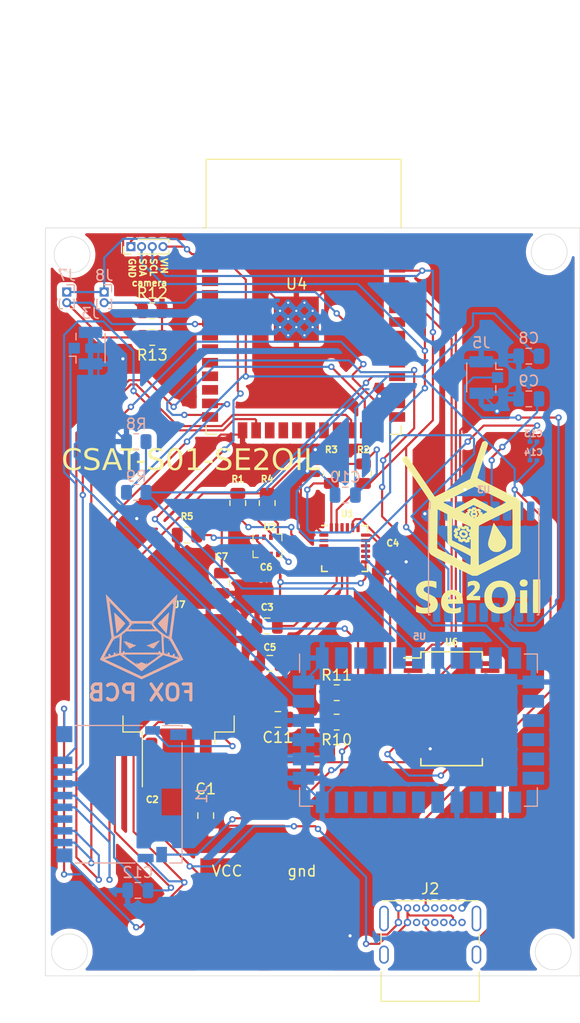
<source format=kicad_pcb>
(kicad_pcb (version 20221018) (generator pcbnew)
  (title_block (title "Seoil integrado") (date "2023-08-21"))
  (layers (0 "F.Cu" signal) (31 "B.Cu" signal) (34 "B.Paste" user) (35 "F.Paste" user) (36 "B.SilkS" user "B.Silkscreen") (37 "F.SilkS" user "F.Silkscreen") (38 "B.Mask" user) (39 "F.Mask" user) (44 "Edge.Cuts" user))
  (net 0 "")
  (net 1 "Net-(U6-VCC)")
  (net 2 "GND")
  (net 3 "Net-(U7-IN)")
  (net 4 "+3.3V")
  (net 5 "Net-(U1-CPOUT)")
  (net 6 "Net-(U1-REGOUT)")
  (net 7 "Net-(U3-V_BCKP)")
  (net 8 "Net-(U5-VCC)")
  (net 9 "Net-(C13-Pad1)")
  (net 10 "Net-(J1-CD{slash}DAT3)")
  (net 11 "Net-(J1-CMD)")
  (net 12 "Net-(J1-CLK)")
  (net 14 "Net-(J1-DAT0)")
  (net 15 "Net-(J1-DAT1)")
  (net 16 "Net-(J1-DAT2)")
  (net 18 "unconnected-(J1-WRITE_PROTECT-Pad11)")
  (net 20 "Net-(U6-USBD+)")
  (net 25 "Net-(U6-USBD-)")
  (net 28 "Net-(J3-In)")
  (net 29 "Net-(J5-In)")
  (net 30 "Net-(U1-AUX_DA)")
  (net 31 "Net-(U4-IO34)")
  (net 32 "Net-(J6-Pin_3)")
  (net 33 "Net-(U1-AUX_CL)")
  (net 34 "Net-(U2-SDO)")
  (net 35 "Net-(U4-IO17)")
  (net 63 "Net-(J6-Pin_2)")
  (net 64 "Net-(J7-Pin_2)")
  (net 77 "Net-(J8-Pin_2)")
  (net 81 "Net-(U4-RXD0{slash}IO3)")
  (net 82 "Net-(U4-TXD0{slash}IO1)")
  (net 100 "unconnected-(U5-PA0-Pad23)")
  (footprint "Resistor_SMD:R_0805_2012Metric" (layer "F.Cu") (at 155.75 86 -90)
    (fp_text reference "R2")
    (fp_text value "10K")
  )
  (footprint "Connector_USB:USB_C_Receptacle_GCT_USB4085" (layer "F.Cu") (at 159.025 126.65)
    (fp_text reference "J2")
    (fp_text value "USB_C_Receptacle")
  )
  (footprint "Capacitor_SMD:C_0805_2012Metric" (layer "F.Cu") (at 141 118 -90)
    (fp_text reference "C1")
    (fp_text value "100nF")
  )
  (footprint "Resistor_SMD:R_0805_2012Metric" (layer "F.Cu") (at 144 88.75 -90)
    (fp_text reference "R1")
    (fp_text value "10K")
  )
  (footprint "RF_Module:ESP32-WROOM-32" (layer "F.Cu") (at 150.155 72.435)
    (fp_text reference "U4")
    (fp_text value "ESP32-WROOM-32")
  )
  (footprint "Resistor_SMD:R_0805_2012Metric" (layer "F.Cu") (at 153.25 109.25 180)
    (fp_text reference "R10")
    (fp_text value "10K")
  )
  (footprint "Capacitor_SMD:C_0201_0603Metric" (layer "F.Cu") (at 146.655 95.5)
    (fp_text reference "C6")
    (fp_text value "1.0uF")
  )
  (footprint "soil:seoil2" (layer "F.Cu") (at 166.25 92)
    (fp_text reference "G***" hide)
    (fp_text value "LOGO" hide)
  )
  (footprint "Package_LGA:Bosch_LGA-8_2x2.5mm_P0.65mm_ClockwisePinNumbering" (layer "F.Cu") (at 146.775 92.75)
    (fp_text reference "U2")
    (fp_text value "BMP280")
  )
  (footprint "Resistor_SMD:R_0805_2012Metric" (layer "F.Cu") (at 153.25 106.5)
    (fp_text reference "R11")
    (fp_text value "10K")
  )
  (footprint "Capacitor_SMD:C_0805_2012Metric" (layer "F.Cu") (at 147.75 109 180)
    (fp_text reference "C11")
    (fp_text value "100nF")
  )
  (footprint "Package_TO_SOT_SMD:TO-263-2" (layer "F.Cu") (at 138.46 105.35 90)
    (fp_text reference "U7")
    (fp_text value "L7805")
  )
  (footprint "Capacitor_SMD:C_0201_0603Metric" (layer "F.Cu") (at 158.5 93.75 -90)
    (fp_text reference "C4")
    (fp_text value "2.2nF")
  )
  (footprint "Connector_PinHeader_1.00mm:PinHeader_1x04_P1.00mm_Vertical" (layer "F.Cu") (at 134 64.75 90)
    (fp_text reference "REF**" hide)
    (fp_text value "PinHeader_1x04_P1.00mm_Vertical")
  )
  (footprint "Capacitor_SMD:C_0805_2012Metric" (layer "F.Cu") (at 142.5 96.25 -90)
    (fp_text reference "C7")
    (fp_text value "100nF")
  )
  (footprint "Resistor_SMD:R_0805_2012Metric" (layer "F.Cu") (at 152.75 86 -90)
    (fp_text reference "R3")
    (fp_text value "10K")
  )
  (footprint "Sensor_Motion:InvenSense_QFN-24_4x4mm_P0.5mm" (layer "F.Cu") (at 154 93)
    (fp_text reference "U1")
    (fp_text value "MPU-6050")
  )
  (footprint "Capacitor_SMD:C_0805_2012Metric" (layer "F.Cu") (at 147 103.75 180)
    (fp_text reference "C5")
    (fp_text value "100nF")
  )
  (footprint "Connector_Wire:SolderWirePad_1x01_SMD_5x10mm" (layer "F.Cu") (at 150 127)
    (fp_text reference "gnd")
    (fp_text value "SolderWirePad_1x01_SMD_5x10mm" hide)
  )
  (footprint "Package_SO:SSOP-28_5.3x10.2mm_P0.65mm" (layer "F.Cu") (at 164 108)
    (fp_text reference "U6")
    (fp_text value "FT232RL")
  )
  (footprint "Resistor_SMD:R_0805_2012Metric" (layer "F.Cu") (at 136 70.75)
    (fp_text reference "R12")
    (fp_text value "10K")
  )
  (footprint "Capacitor_SMD:C_0805_2012Metric" (layer "F.Cu") (at 146.75 100.25 180)
    (fp_text reference "C3")
    (fp_text value "100nF")
  )
  (footprint "Capacitor_SMD:C_0201_0603Metric" (layer "F.Cu") (at 136 118 -90)
    (fp_text reference "C2")
    (fp_text value "0.33uF")
  )
  (footprint "Resistor_SMD:R_0805_2012Metric" (layer "F.Cu") (at 136 73.25 180)
    (fp_text reference "R13")
    (fp_text value "10K")
  )
  (footprint "Resistor_SMD:R_0805_2012Metric" (layer "F.Cu") (at 146.75 88.75 -90)
    (fp_text reference "R4")
    (fp_text value "10K")
  )
  (footprint "Resistor_SMD:R_0805_2012Metric" (layer "F.Cu") (at 139.25 91.75 180)
    (fp_text reference "R5")
    (fp_text value "10K")
  )
  (footprint "Connector_Wire:SolderWirePad_1x01_SMD_5x10mm" (layer "F.Cu") (at 143 127)
    (fp_text reference "VCC")
    (fp_text value "SolderWirePad_1x01_SMD_5x10mm" hide)
  )
  (footprint "Connector_PinHeader_1.00mm:PinHeader_1x02_P1.00mm_Vertical" (layer "B.Cu") (at 128 69 180)
    (fp_text reference "J7")
    (fp_text value "Conn_01x02_Pin")
  )
  (footprint "Capacitor_SMD:C_0805_2012Metric" (layer "B.Cu") (at 171.225 79 180)
    (fp_text reference "C9")
    (fp_text value "100nF")
  )
  (footprint "Resistor_SMD:R_0805_2012Metric" (layer "B.Cu") (at 134.5 83 180)
    (fp_text reference "R8")
    (fp_text value "10K")
  )
  (footprint "soil:raposoBx10" (layer "B.Cu") (at 135 101.25 180)
    (fp_text reference "FOX PCB")
    (fp_text value "LOGO" hide)
  )
  (footprint "Capacitor_SMD:C_0805_2012Metric" (layer "B.Cu") (at 134.655 125 180)
    (fp_text reference "C12")
    (fp_text value "100nF")
  )
  (footprint "RF_Module:RAK811" (layer "B.Cu") (at 160.9 110 -90)
    (fp_text reference "U5")
    (fp_text value "RAK811-HF-EU868")
  )
  (footprint "Capacitor_SMD:C_0805_2012Metric" (layer "B.Cu") (at 154.05 88 180)
    (fp_text reference "C10")
    (fp_text value "100nF")
  )
  (footprint "Connector_PinHeader_1.00mm:PinHeader_1x02_P1.00mm_Vertical" (layer "B.Cu") (at 131.5 69 180)
    (fp_text reference "J8")
    (fp_text value "Conn_01x02_Pin")
  )
  (footprint "Connector_Coaxial:U.FL_Hirose_U.FL-R-SMT-1_Vertical" (layer "B.Cu") (at 167.25 77 180)
    (fp_text reference "J5")
    (fp_text value "Conn_Coaxial")
  )
  (footprint "RF_GPS:ublox_MAX" (layer "B.Cu") (at 167 94.25 -90)
    (fp_text reference "U3")
    (fp_text value "MAX-M8Q")
  )
  (footprint "Capacitor_SMD:C_0805_2012Metric" (layer "B.Cu") (at 171.225 75 180)
    (fp_text reference "C8")
    (fp_text value "100nF")
  )
  (footprint "Connector_Card:microSD_HC_Hirose_DM3D-SF" (layer "B.Cu") (at 133 116 90)
    (fp_text reference "J1")
    (fp_text value "SD_Card")
  )
  (footprint "Connector_Coaxial:U.FL_Hirose_U.FL-R-SMT-1_Vertical" (layer "B.Cu") (at 129.75 74.25)
    (fp_text reference "J3")
    (fp_text value "Conn_Coaxial")
  )
  (footprint "Capacitor_SMD:C_0201_0603Metric" (layer "B.Cu") (at 171.655 84.75 180)
    (fp_text reference "C14")
    (fp_text value "2.2nF")
  )
  (footprint "Resistor_SMD:R_0805_2012Metric" (layer "B.Cu") (at 134.5 87.75)
    (fp_text reference "R9")
    (fp_text value "10K")
  )
  (footprint "Capacitor_SMD:C_0201_0603Metric" (layer "B.Cu") (at 171.655 83 180)
    (fp_text reference "C13")
    (fp_text value "2.2nF")
  )
  (gr_rect (start 126 63) (end 176 133) (stroke (width 0.05)) (fill none) (layer "Edge.Cuts"))
  (gr_circle (center 173.12868 65.25) (end 174.25 66.5) (stroke (width 0.05)) (fill none) (layer "Edge.Cuts"))
  (gr_circle (center 128.5 65.5) (end 129.62132 66.75) (stroke (width 0.05)) (fill none) (layer "Edge.Cuts"))
  (gr_circle (center 128.25 130.75) (end 129.37132 132) (stroke (width 0.05)) (fill none) (layer "Edge.Cuts"))
  (gr_circle (center 173.5 130.75) (end 174.62132 132) (stroke (width 0.05)) (fill none) (layer "Edge.Cuts"))
  (gr_text "VIN" (at 136.75 65.75 270) (layer "F.SilkS") (effects (font (size 0.6 0.6)) (justify left bottom)))
  (gr_text "GND\n" (at 133.75 65.75 270) (layer "F.SilkS") (effects (font (size 0.6 0.6) (thickness 0.15) bold) (justify left bottom)))
  (gr_text "SDA\n" (at 134.75 65.75 270) (layer "F.SilkS") (effects (font (size 0.6 0.6) (thickness 0.15) bold) (justify left bottom)))
  (gr_text "CSAT-S01-SE2OIL" (at 127.5 86) (layer "F.SilkS") (effects (font (size 2 2) (thickness 0.1)) (justify left bottom)))
  (gr_text "SCL" (at 135.75 65.75 270) (layer "F.SilkS") (effects (font (size 0.6 0.6)) (justify left bottom)))
  (gr_text "camera" (at 134 68.5) (layer "F.SilkS") (effects (font (size 0.6 0.6)) (justify left bottom)))
  (segment (start 155.965686 78.1) (end 156.234314 78.1) (width 0.2) (layer "B.Cu") (net 0))
  (segment (start 146.75 87.315686) (end 155.965686 78.1) (width 0.2) (layer "B.Cu") (net 0))
  (segment (start 146.75 87.5) (end 146.75 87.315686) (width 0.2) (layer "B.Cu") (net 0))
  (segment (start 155.965686 78.1) (end 153.157842 80.907844) (width 0.2) (layer "B.Cu") (net 0))
  (segment (start 166.525 108.975) (end 167.6 108.975) (width 0.2) (layer "F.Cu") (net 1))
  (segment (start 162.5 113) (end 166.525 108.975) (width 0.2) (layer "F.Cu") (net 1))
  (segment (start 153 113) (end 162.5 113) (width 0.2) (layer "F.Cu") (net 1))
  (segment (start 141 113) (end 153 113) (width 0.2) (layer "F.Cu") (net 1))
  (segment (start 154.1625 110.3375) (end 154.1625 109.25) (width 0.2) (layer "F.Cu") (net 1))
  (segment (start 153 113) (end 153 111.5) (width 0.2) (layer "F.Cu") (net 1))
  (segment (start 153 111.5) (end 154.1625 110.3375) (width 0.2) (layer "F.Cu") (net 1))
  (segment (start 141 117.05) (end 141 113) (width 0.2) (layer "F.Cu") (net 1))
  (segment (start 148.476408 105.476408) (end 148.101408 105.101408) (width 0.2) (layer "F.Cu") (net 2))
  (segment (start 146.45 92.95) (end 146.45 93.55) (width 0.2) (layer "F.Cu") (net 2))
  (segment (start 158.905 78.155) (end 157.845 78.155) (width 0.2) (layer "F.Cu") (net 2))
  (segment (start 168.25 80.1505) (end 166.5995 80.1505) (width 0.2) (layer "F.Cu") (net 2))
  (segment (start 143.76 103.75) (end 146.05 103.75) (width 0.2) (layer "F.Cu") (net 2))
  (segment (start 164.8 87.05) (end 165.25 87.5) (width 0.2) (layer "F.Cu") (net 2))
  (segment (start 148.75 101.75) (end 141.56 101.75) (width 0.2) (layer "F.Cu") (net 2))
  (segment (start 168.725 110.275) (end 168.775 110.225) (width 0.2) (layer "F.Cu") (net 2))
  (segment (start 146.927817 106.275) (end 141.235 106.275) (width 0.2) (layer "F.Cu") (net 2))
  (segment (start 146.975 95.655685) (end 145.430685 97.2) (width 0.2) (layer "F.Cu") (net 2))
  (segment (start 141.235 98.465) (end 142.5 97.2) (width 0.2) (layer "F.Cu") (net 2))
  (segment (start 136.9125 73.25) (end 136.9125 70.75) (width 0.2) (layer "F.Cu") (net 2))
  (segment (start 166.25 107.675) (end 166.425 107.5) (width 0.2) (layer "F.Cu") (net 2))
  (segment (start 156.409999 91.75) (end 157.5 92.840001) (width 0.2) (layer "F.Cu") (net 2))
  (segment (start 146.975 94.45) (end 146.45 93.925) (width 0.2) (layer "F.Cu") (net 2))
  (segment (start 162 108.2) (end 162 111.75) (width 0.2) (layer "F.Cu") (net 2))
  (segment (start 145.3 83.75) (end 144.445 82.895) (width 0.2) (layer "F.Cu") (net 2))
  (segment (start 142.405 82.345) (end 134.548591 90.201409) (width 0.2) (layer "F.Cu") (net 2))
  (segment (start 145.8 91.95) (end 145.8 92.3) (width 0.2) (layer "F.Cu") (net 2))
  (segment (start 145.8 92.3) (end 146.45 92.95) (width 0.2) (layer "F.Cu") (net 2))
  (segment (start 166.425 108.225) (end 166.425 107.5) (width 0.2) (layer "F.Cu") (net 2))
  (segment (start 159.025 126.65) (end 159.025 128.09066) (width 0.2) (layer "F.Cu") (net 2))
  (segment (start 166.425 105.825) (end 166.525 105.725) (width 0.2) (layer "F.Cu") (net 2))
  (segment (start 133.275 67.1125) (end 133.275 64.025) (width 0.2) (layer "F.Cu") (net 2))
  (segment (start 154.62 129.13) (end 154.5 129.25) (width 0.2) (layer "F.Cu") (net 2))
  (segment (start 153.75 96.75) (end 148.75 101.75) (width 0.2) (layer "F.Cu") (net 2))
  (segment (start 133.275 64.025) (end 133.55 63.75) (width 0.2) (layer "F.Cu") (net 2))
  (segment (start 168.775 110.225) (end 168.775 108.425) (width 0.2) (layer "F.Cu") (net 2))
  (segment (start 138.46 91.79) (end 138.46 103.85) (width 0.2) (layer "F.Cu") (net 2))
  (segment (start 166.425 107.5) (end 166.425 105.825) (width 0.2) (layer "F.Cu") (net 2))
  (segment (start 146.05 100.25) (end 142.41 100.25) (width 0.2) (layer "F.Cu") (net 2))
  (segment (start 149.9 89.6) (end 149.9 86.35) (width 0.2) (layer "F.Cu") (net 2))
  (segment (start 142.135 64.185) (end 141.405 64.185) (width 0.2) (layer "F.Cu") (net 2))
  (segment (start 153.138908 105.476408) (end 148.476408 105.476408) (width 0.2) (layer "F.Cu") (net 2))
  (segment (start 157.5 92.840001) (end 157.5 93.225685) (width 0.2) (layer "F.Cu") (net 2))
  (segment (start 153.75 94.95) (end 153.75 96.75) (width 0.2) (layer "F.Cu") (net 2))
  (segment (start 166.5995 80.1505) (end 164.8 81.95) (width 0.2) (layer "F.Cu") (net 2))
  (segment (start 154.5 129.25) (end 154.38 129.13) (width 0.2) (layer "F.Cu") (net 2))
  (segment (start 136.63 118.95) (end 141 118.95) (width 0.2) (layer "F.Cu") (net 2))
  (segment (start 149.9 86.35) (end 150.5 85.75) (width 0.2) (layer "F.Cu") (net 2))
  (segment (start 134.9125 75.25) (end 136.9125 73.25) (width 0.2) (layer "F.Cu") (net 2))
  (segment (start 146.975 95.5) (end 146.975 95.655685) (width 0.2) (layer "F.Cu") (net 2))
  (segment (start 157.5 93.225685) (end 158.344315 94.07) (width 0.2) (layer "F.Cu") (net 2))
  (segment (start 144.445 82.895) (end 144.445 81.945) (width 0.2) (layer "F.Cu") (net 2))
  (segment (start 151.8725 129.13) (end 150.7425 128) (width 0.2) (layer "F.Cu") (net 2))
  (segment (start 136 118.32) (end 136.63 118.95) (width 0.2) (layer "F.Cu") (net 2))
  (segment (start 152 83.75) (end 145.3 83.75) (width 0.2) (layer "F.Cu") (net 2))
  (segment (start 143.96 109) (end 141.235 106.275) (width 0.2) (layer "F.Cu") (net 2))
  (segment (start 141.235 106.275) (end 143.76 103.75) (width 0.2) (layer "F.Cu") (net 2))
  (segment (start 151 70) (end 156.815 64.185) (width 0.2) (layer "F.Cu") (net 2))
  (segment (start 148.101408 105.101408) (end 146.927817 106.275) (width 0.2) (layer "F.Cu") (net 2))
  (segment (start 157.845 78.155) (end 157.25 78.75) (width 0.2) (layer "F.Cu") (net 2))
  (segment (start 160.4 107.675) (end 161.475 107.675) (width 0.2) (layer "F.Cu") (net 2))
  (segment (start 145.430685 97.2) (end 142.5 97.2) (width 0.2) (layer "F.Cu") (net 2))
  (segment (start 144.0925 118.95) (end 150.7425 125.6) (width 0.2) (layer "F.Cu") (net 2))
  (segment (start 154.38 129.13) (end 151.8725 129.13) (width 0.2) (layer "F.Cu") (net 2))
  (segment (start 156 83.75) (end 152 83.75) (width 0.2) (layer "F.Cu") (net 2))
  (segment (start 146.8 109) (end 143.96 109) (width 0.2) (layer "F.Cu") (net 2))
  (segment (start 164.8 81.95) (end 164.8 87.05) (width 0.2) (layer "F.Cu") (net 2))
  (segment (start 161.5 92.5) (end 159.75 94.25) (width 0.2) (layer "F.Cu") (net 2))
  (segment (start 141.235 101.425) (end 141.235 100.685) (width 0.2) (layer "F.Cu") (net 2))
  (segment (start 168.675 108.325) (end 167.6 108.325) (width 0.2) (layer "F.Cu") (net 2))
  (segment (start 147.95 70) (end 142.135 64.185) (width 0.2) (layer "F.Cu") (net 2))
  (segment (start 133.25 75.25) (end 134.9125 75.25) (width 0.2) (layer "F.Cu") (net 2))
  (segment (start 136.9125 70.75) (end 133.275 67.1125) (width 0.2) (layer "F.Cu") (net 2))
  (segment (start 141 118.95) (end 144.0925 118.95) (width 0.2) (layer "F.Cu") (net 2))
  (segment (start 158.5 94.702817) (end 148.101408 105.101408) (width 0.2) (layer "F.Cu") (net 2))
  (segment (start 158.344315 94.07) (end 158.5 94.07) (width 0.2) (layer "F.Cu") (net 2))
  (segment (start 168.775 108.425) (end 168.675 108.325) (width 0.2) (layer "F.Cu") (net 2))
  (segment (start 141.235 101.425) (end 141.235 98.465) (width 0.2) (layer "F.Cu") (net 2))
  (segment (start 167.6 110.275) (end 168.725 110.275) (width 0.2) (layer "F.Cu") (net 2))
  (segment (start 156.815 64.185) (end 158.905 64.185) (width 0.2) (layer "F.Cu") (net 2))
  (segment (start 159.025 128.09066) (end 157.98566 129.13) (width 0.2) (layer "F.Cu") (net 2))
  (segment (start 160.4 107.675) (end 166.25 107.675) (width 0.2) (layer "F.Cu") (net 2))
  (segment (start 158.5 94.07) (end 158.5 94.702817) (width 0.2) (layer "F.Cu") (net 2))
  (segment (start 150.7425 125.6) (end 150.7425 128) (width 0.2) (layer "F.Cu") (net 2))
  (segment (start 144.045 82.345) (end 142.405 82.345) (width 0.2) (layer "F.Cu") (net 2))
  (segment (start 154.1625 106.5) (end 153.138908 105.476408) (width 0.2) (layer "F.Cu") (net 2))
  (segment (start 161.5 89.75) (end 161.5 92.5) (width 0.2) (layer "F.Cu") (net 2))
  (segment (start 152.05 91.75) (end 149.9 89.6) (width 0.2) (layer "F.Cu") (net 2))
  (segment (start 146.45 93.925) (end 146.45 93.55) (width 0.2) (layer "F.Cu") (net 2))
  (segment (start 134 64.25) (end 134.5 63.75) (width 0.2) (layer "F.Cu") (net 2))
  (segment (start 141.56 101.75) (end 141.235 101.425) (width 0.2) (layer "F.Cu") (net 2))
  (segment (start 133.55 63.75) (end 134.5 63.75) (width 0.2) (layer "F.Cu") (net 2))
  (segment (start 166.525 108.325) (end 166.425 108.225) (width 0.2) (layer "F.Cu") (net 2))
  (segment (start 144.445 81.945) (end 144.045 82.345) (width 0.2) (layer "F.Cu") (net 2))
  (segment (start 151.25 83.75) (end 152 83.75) (width 0.2) (layer "F.Cu") (net 2))
  (segment (start 167.6 108.325) (end 166.525 108.325) (width 0.2) (layer "F.Cu") (net 2))
  (segment (start 142.41 100.25) (end 141.235 101.425) (width 0.2) (layer "F.Cu") (net 2))
  (segment (start 146.975 95.5) (end 146.975 94.45) (width 0.2) (layer "F.Cu") (net 2))
  (segment (start 140.97 63.75) (end 141.405 64.185) (width 0.2) (layer "F.Cu") (net 2))
  (segment (start 134 64.75) (end 134 64.25) (width 0.2) (layer "F.Cu") (net 2))
  (segment (start 134.5 63.75) (end 140.97 63.75) (width 0.2) (layer "F.Cu") (net 2))
  (segment (start 157.98566 129.13) (end 154.62 129.13) (width 0.2) (layer "F.Cu") (net 2))
  (segment (start 155.95 91.75) (end 156.409999 91.75) (width 0.2) (layer "F.Cu") (net 2))
  (segment (start 161.475 107.675) (end 162 108.2) (width 0.2) (layer "F.Cu") (net 2))
  (segment (start 166.525 105.725) (end 167.6 105.725) (width 0.2) (layer "F.Cu") (net 2))
  (via (at 158.025319 95.177497) (size 0.6) (drill 0.3) (layers "F.Cu" "B.Cu") (net 2))
  (via (at 154.5 129.25) (size 0.6) (drill 0.3) (layers "F.Cu" "B.Cu") (net 2))
  (via (at 150.5 85.75) (size 0.6) (drill 0.3) (layers "F.Cu" "B.Cu") (net 2))
  (via (at 134.548591 90.201409) (size 0.6) (drill 0.3) (layers "F.Cu" "B.Cu") (net 2))
  (via (at 162 111.75) (size 0.6) (drill 0.3) (layers "F.Cu" "B.Cu") (net 2))
  (via (at 165.25 87.5) (size 0.6) (drill 0.3) (layers "F.Cu" "B.Cu") (net 2))
  (via (at 151.25 83.75) (size 0.6) (drill 0.3) (layers "F.Cu" "B.Cu") (net 2))
  (via (at 161.5 89.75) (size 0.6) (drill 0.3) (layers "F.Cu" "B.Cu") (net 2))
  (via (at 156 83.75) (size 0.6) (drill 0.3) (layers "F.Cu" "B.Cu") (net 2))
  (via (at 157.25 78.75) (size 0.6) (drill 0.3) (layers "F.Cu" "B.Cu") (net 2))
  (via (at 133.25 75.25) (size 0.6) (drill 0.3) (layers "F.Cu" "B.Cu") (net 2))
  (via (at 159.75 94.25) (size 0.6) (drill 0.3) (layers "F.Cu" "B.Cu") (net 2))
  (via (at 168.25 80.1505) (size 0.6) (drill 0.3) (layers "F.Cu" "B.Cu") (net 2))
  (segment (start 169.925 78.475) (end 170.45 79) (width 0.2) (layer "B.Cu") (net 2))
  (segment (start 132.483578 112.325) (end 149.775 112.325) (width 0.2) (layer "B.Cu") (net 2))
  (segment (start 171.65 105.5) (end 171.65 102.222792) (width 0.2) (layer "B.Cu") (net 2))
  (segment (start 150.2375 71.525) (end 151 70.7625) (width 0.2) (layer "B.Cu") (net 2))
  (segment (start 147.95 72.2875) (end 148.7125 71.525) (width 0.2) (layer "B.Cu") (net 2))
  (segment (start 129 83) (end 128.75 83.25) (width 0.2) (layer "B.Cu") (net 2))
  (segment (start 162.7 103.65) (end 164.55 105.5) (width 0.2) (layer "B.Cu") (net 2))
  (segment (start 164.55 105.5) (end 171.65 105.5) (width 0.2) (layer "B.Cu") (net 2))
  (segment (start 127.65 115.025) (end 129.783578 115.025) (width 0.2) (layer "B.Cu") (net 2))
  (segment (start 157.25 78.75) (end 157.25 82.5) (width 0.2) (layer "B.Cu") (net 2))
  (segment (start 168.25 79.95) (end 168.25 80.1505) (width 0.2) (layer "B.Cu") (net 2))
  (segment (start 150.15 112.7) (end 150.15 115) (width 0.2) (layer "B.Cu") (net 2))
  (segment (start 128.75 83.25) (end 128.75 84.402817) (width 0.2) (layer "B.Cu") (net 2))
  (segment (start 169.2 99) (end 169.2 98.492893) (width 0.2) (layer "B.Cu") (net 2))
  (segment (start 157.35 110.9) (end 159.15 109.1) (width 0.2) (layer "B.Cu") (net 2))
  (segment (start 162.4 112.35) (end 159.15 109.1) (width 0.2) (layer "B.Cu") (net 2))
  (segment (start 164.5 116.75) (end 164.5 114.45) (width 0.2) (layer "B.Cu") (net 2))
  (segment (start 157.25 82.5) (end 156 83.75) (width 0.2) (layer "B.Cu") (net 2))
  (segment (start 147.95 70.7625) (end 148.7125 71.525) (width 0.2) (layer "B.Cu") (net 2))
  (segment (start 151.9 103.65) (end 151.9 103.25) (width 0.2) (layer "B.Cu") (net 2))
  (segment (start 162.25 105.5) (end 153.75 105.5) (width 0.2) (layer "B.Cu") (net 2))
  (segment (start 164.5 114.45) (end 162.4 112.35) (width 0.2) (layer "B.Cu") (net 2))
  (segment (start 159 109.25) (end 159 109.1) (width 0.2) (layer "B.Cu") (net 2))
  (segment (start 161.75 89.5) (end 161.5 89.75) (width 0.2) (layer "B.Cu") (net 2))
  (segment (start 159.15 109.1) (end 162.25 106) (width 0.2) (layer "B.Cu") (net 2))
  (segment (start 169.2 98.492893) (end 169.892893 97.8) (width 0.2) (layer "B.Cu") (net 2))
  (segment (start 150.15 109.1) (end 159 109.1) (width 0.2) (layer "B.Cu") (net 2))
  (segment (start 151.9 103.75) (end 150.15 105.5) (width 0.2) (layer "B.Cu") (net 2))
  (segment (start 138.5 131) (end 147.7425 131) (width 0.2) (layer "B.Cu") (net 2))
  (segment (start 164.092893 87.5) (end 162.6 88.992893) (width 0.2) (layer "B.Cu") (net 2))
  (segment (start 133.705 125) (end 133.705 126.205) (width 0.2) (layer "B.Cu") (net 2))
  (segment (start 162.6 89.5) (end 161.75 89.5) (width 0.2) (layer "B.Cu") (net 2))
  (segment (start 169.892893 97.8) (end 170.707107 97.8) (width 0.2) (layer "B.Cu") (net 2))
  (segment (start 166.775 78.475) (end 168.25 79.95) (width 0.2) (layer "B.Cu") (net 2))
  (segment (start 150.5 85.75) (end 150.5 84.5) (width 0.2) (layer "B.Cu") (net 2))
  (segment (start 128.75 84.402817) (end 134.548591 90.201409) (width 0.2) (layer "B.Cu") (net 2))
  (segment (start 147.7425 131) (end 150.7425 128) (width 0.2) (layer "B.Cu") (net 2))
  (segment (start 159 109.1) (end 159.15 109.1) (width 0.2) (layer "B.Cu") (net 2))
  (segment (start 150.15 110.9) (end 150.15 112.7) (width 0.2) (layer "B.Cu") (net 2))
  (segment (start 148.7125 70) (end 149.475 70.7625) (width 0.2) (layer "B.Cu") (net 2))
  (segment (start 169.925 75.525) (end 170.45 75) (width 0.2) (layer "B.Cu") (net 2))
  (segment (start 150.15 114.5) (end 150.15 127.4075) (width 0.2) (layer "B.Cu") (net 2))
  (segment (start 150.2375 73.05) (end 149.475 72.2875) (width 0.2) (layer "B.Cu") (net 2))
  (segment (start 151.9925 129.25) (end 154.5 129.25) (width 0.2) (layer "B.Cu") (net 2))
  (segment (start 150.15 115) (end 151.9 116.75) (width 0.2) (layer "B.Cu") (net 2))
  (segment (start 171.65 105.5) (end 162.75 105.5) (width 0.2) (layer "B.Cu") (net 2))
  (segment (start 130.225 72.775) (end 132.7 75.25) (width 0.2) (layer "B.Cu") (net 2))
  (segment (start 158.822503 95.177497) (end 158.025319 95.177497) (width 0.2) (layer "B.Cu") (net 2))
  (segment (start 162.7 105.45) (end 162.75 105.5) (width 0.2) (layer "B.Cu") (net 2))
  (segment (start 150.7425 128) (end 150.49625 127.75375) (width 0.2) (layer "B.Cu") (net 2))
  (segment (start 150.5 84.5) (end 151.25 83.75) (width 0.2) (layer "B.Cu") (net 2))
  (segment (start 147.597183 103.25) (end 151.9 103.25) (width 0.2) (layer "B.Cu") (net 2))
  (segment (start 134.548591 90.201409) (end 147.597183 103.25) (width 0.2) (layer "B.Cu") (net 2))
  (segment (start 171.65 102.222792) (end 169.2 99.772792) (width 0.2) (layer "B.Cu") (net 2))
  (segment (start 162.7 103.25) (end 162.7 105.45) (width 0.2) (layer "B.Cu") (net 2))
  (segment (start 162.25 106) (end 162.25 105.5) (width 0.2) (layer "B.Cu") (net 2))
  (segment (start 150.15 110.9) (end 157.35 110.9) (width 0.2) (layer "B.Cu") (net 2))
  (segment (start 150.15 127.4075) (end 150.49625 127.75375) (width 0.2) (layer "B.Cu") (net 2))
  (segment (start 130.95 73.5) (end 130.95 80.3625) (width 0.2) (layer "B.Cu") (net 2))
  (segment (start 162.6 88.992893) (end 162.6 89.5) (width 0.2) (layer "B.Cu") (net 2))
  (segment (start 129.783578 115.025) (end 132.483578 112.325) (width 0.2) (layer "B.Cu") (net 2))
  (segment (start 151.9 116.35) (end 159 109.25) (width 0.2) (layer "B.Cu") (net 2))
  (segment (start 151.9 116.75) (end 151.9 116.35) (width 0.2) (layer "B.Cu") (net 2))
  (segment (start 171.4 98.492893) (end 171.4 99) (width 0.2) (layer "B.Cu") (net 2))
  (segment (start 166.775 75.525) (end 169.925 75.525) (width 0.2) (layer "B.Cu") (net 2))
  (segment (start 147.95 70.7625) (end 148.7125 70) (width 0.2) (layer "B.Cu") (net 2))
  (segment (start 151 72.2875) (end 150.2375 71.525) (width 0.2) (layer "B.Cu") (net 2))
  (segment (start 162 111.95) (end 162.4 112.35) (width 0.2) (layer "B.Cu") (net 2))
  (segment (start 159.75 94.25) (end 158.822503 95.177497) (width 0.2) (layer "B.Cu") (net 2))
  (segment (start 133.705 126.205) (end 138.5 131) (width 0.2) (layer "B.Cu") (net 2))
  (segment (start 151.9 103.25) (end 151.9 103.75) (width 0.2) (layer "B.Cu") (net 2))
  (segment (start 169.2 99.772792) (end 169.2 99) (width 0.2) (layer "B.Cu") (net 2))
  (segment (start 149.475 70.7625) (end 150.2375 70) (width 0.2) (layer "B.Cu") (net 2))
  (segment (start 148.7125 73.05) (end 149.475 72.2875) (width 0.2) (layer "B.Cu") (net 2))
  (segment (start 150.49625 127.75375) (end 151.9925 129.25) (width 0.2) (layer "B.Cu") (net 2))
  (segment (start 170.45 75) (end 170.45 79) (width 0.2) (layer "B.Cu") (net 2))
  (segment (start 170.707107 97.8) (end 171.4 98.492893) (width 0.2) (layer "B.Cu") (net 2))
  (segment (start 150.2375 70) (end 151 70.7625) (width 0.2) (layer "B.Cu") (net 2))
  (segment (start 130.225 72.775) (end 130.95 73.5) (width 0.2) (layer "B.Cu") (net 2))
  (segment (start 165.25 87.5) (end 164.092893 87.5) (width 0.2) (layer "B.Cu") (net 2))
  (segment (start 153.75 105.5) (end 151.9 103.65) (width 0.2) (layer "B.Cu") (net 2))
  (segment (start 166.775 78.475) (end 169.925 78.475) (width 0.2) (layer "B.Cu") (net 2))
  (segment (start 162 111.75) (end 162 111.95) (width 0.2) (layer "B.Cu") (net 2))
  (segment (start 132.7 75.25) (end 133.25 75.25) (width 0.2) (layer "B.Cu") (net 2))
  (segment (start 130.95 80.3625) (end 133.5875 83) (width 0.2) (layer "B.Cu") (net 2))
  (segment (start 133.5875 83) (end 129 83) (width 0.2) (layer "B.Cu") (net 2))
  (segment (start 162.7 103.25) (end 162.7 103.65) (width 0.2) (layer "B.Cu") (net 2))
  (segment (start 150.2375 73.05) (end 151 72.2875) (width 0.2) (layer "B.Cu") (net 2))
  (segment (start 149.775 112.325) (end 150.15 112.7) (width 0.2) (layer "B.Cu") (net 2))
  (segment (start 149.475 72.2875) (end 148.7125 71.525) (width 0.2) (layer "B.Cu") (net 2))
  (segment (start 162.75 105.5) (end 162.25 105.5) (width 0.2) (layer "B.Cu") (net 2))
  (segment (start 156 130) (end 157.22434 130) (width 0.2) (layer "F.Cu") (net 3))
  (segment (start 139.634315 122.75) (end 139.5 122.75) (width 0.2) (layer "F.Cu") (net 3))
  (segment (start 151.25 119) (end 151.5 119.25) (width 0.2) (layer "F.Cu") (net 3))
  (segment (start 149.25 119) (end 151.25 119) (width 0.2) (layer "F.Cu") (net 3))
  (segment (start 160.080026 127.35) (end 159.875 127.144974) (width 0.2) (layer "F.Cu") (net 3))
  (segment (start 136 113.08) (end 135.92 113) (width 0.2) (layer "F.Cu") (net 3))
  (segment (start 159.875 127.144974) (end 159.875 126.65) (width 0.2) (layer "F.Cu") (net 3))
  (segment (start 158.414239 129.53) (end 159.875 128.069239) (width 0.2) (layer "F.Cu") (net 3))
  (segment (start 157.69434 129.53) (end 158.414239 129.53) (width 0.2) (layer "F.Cu") (net 3))
  (segment (start 135.844315 117.68) (end 136 117.68) (width 0.2) (layer "F.Cu") (net 3))
  (segment (start 135.5 118.024315) (end 135.844315 117.68) (width 0.2) (layer "F.Cu") (net 3))
  (segment (start 164.125 127.505026) (end 163.969974 127.35) (width 0.2) (layer "F.Cu") (net 3))
  (segment (start 139.5 122.615685) (end 135.5 118.615685) (width 0.2) (layer "F.Cu") (net 3))
  (segment (start 164.125 128) (end 164.125 127.505026) (width 0.2) (layer "F.Cu") (net 3))
  (segment (start 163.969974 127.35) (end 160.080026 127.35) (width 0.2) (layer "F.Cu") (net 3))
  (segment (start 139.5 122.75) (end 139.5 122.615685) (width 0.2) (layer "F.Cu") (net 3))
  (segment (start 159.875 128.069239) (end 159.875 126.65) (width 0.2) (layer "F.Cu") (net 3))
  (segment (start 136 117.68) (end 136 113.08) (width 0.2) (layer "F.Cu") (net 3))
  (segment (start 157.22434 130) (end 157.69434 129.53) (width 0.2) (layer "F.Cu") (net 3))
  (segment (start 141.884315 125) (end 139.634315 122.75) (width 0.2) (layer "F.Cu") (net 3))
  (segment (start 135.5 118.615685) (end 135.5 118.024315) (width 0.2) (layer "F.Cu") (net 3))
  (via (at 156 130) (size 0.6) (drill 0.3) (layers "F.Cu" "B.Cu") (net 3))
  (via (at 139.5 122.75) (size 0.6) (drill 0.3) (layers "F.Cu" "B.Cu") (net 3))
  (via (at 149.25 119) (size 0.6) (drill 0.3) (layers "F.Cu" "B.Cu") (net 3))
  (via (at 151.5 119.25) (size 0.6) (drill 0.3) (layers "F.Cu" "B.Cu") (net 3))
  (segment (start 139.5 122.75) (end 141.75 122.75) (width 0.2) (layer "B.Cu") (net 3))
  (segment (start 145.5 119) (end 149.25 119) (width 0.2) (layer "B.Cu") (net 3))
  (segment (start 156 123.75) (end 151.5 119.25) (width 0.2) (layer "B.Cu") (net 3))
  (segment (start 156 130) (end 156 123.75) (width 0.2) (layer "B.Cu") (net 3))
  (segment (start 141.75 122.75) (end 145.5 119) (width 0.2) (layer "B.Cu") (net 3))
  (segment (start 163 114.25) (end 166.325 110.925) (width 0.2) (layer "F.Cu") (net 4))
  (segment (start 167.6 110.925) (end 168.675 110.925) (width 0.2) (layer "F.Cu") (net 4))
  (segment (start 146.335 95.5) (end 145.8 94.965) (width 0.2) (layer "F.Cu") (net 4))
  (segment (start 160.4 105.725) (end 159.325 105.725) (width 0.2) (layer "F.Cu") (net 4))
  (segment (start 144 87.8375) (end 146.75 87.8375) (width 0.2) (layer "F.Cu") (net 4))
  (segment (start 139.25 65) (end 139.705 65.455) (width 0.2) (layer "F.Cu") (net 4))
  (segment (start 147.1 93.55) (end 147.1 94) (width 0.2) (layer "F.Cu") (net 4))
  (segment (start 142.5 89.3375) (end 144 87.8375) (width 0.2) (layer "F.Cu") (net 4))
  (segment (start 147.95 95.5) (end 147.95 100.25) (width 0.2) (layer "F.Cu") (net 4))
  (segment (start 155.95 94.25) (end 155.95 95.8) (width 0.2) (layer "F.Cu") (net 4))
  (segment (start 137.75 124.75) (end 132.5 119.5) (width 0.2) (layer "F.Cu") (net 4))
  (segment (start 148 96.1505) (end 148 95.55) (width 0.2) (layer "F.Cu") (net 4))
  (segment (start 149.25 100.25) (end 153.25 96.25) (width 0.2) (layer "F.Cu") (net 4))
  (segment (start 148 95.55) (end 147.95 95.5) (width 0.2) (layer "F.Cu") (net 4))
  (segment (start 166.325 110.925) (end 167.6 110.925) (width 0.2) (layer "F.Cu") (net 4))
  (segment (start 142.355 65.455) (end 144.75 67.85) (width 0.2) (layer "F.Cu") (net 4))
  (segment (start 158.65 111.6) (end 158 112.25) (width 0.2) (layer "F.Cu") (net 4))
  (segment (start 139 64.75) (end 139.25 65) (width 0.2) (layer "F.Cu") (net 4))
  (segment (start 145.8 94.965) (end 145.8 93.55) (width 0.2) (layer "F.Cu") (net 4))
  (segment (start 155.75 85) (end 155.75 85.0875) (width 0.2) (layer "F.Cu") (net 4))
  (segment (start 142.5 95.3) (end 145.465 95.3) (width 0.2) (layer "F.Cu") (net 4))
  (segment (start 152.75 85.0875) (end 155.75 85.0875) (width 0.2) (layer "F.Cu") (net 4))
  (segment (start 144.75 67.85) (end 144.75 76.9) (width 0.2) (layer "F.Cu") (net 4))
  (segment (start 153.25 96.25) (end 153.25 94.95) (width 0.2) (layer "F.Cu") (net 4))
  (segment (start 140.759683 87.8375) (end 144 87.8375) (width 0.2) (layer "F.Cu") (net 4))
  (segment (start 132.5 119.5) (end 132.5 96.097183) (width 0.2) (layer "F.Cu") (net 4))
  (segment (start 147.1 94) (end 147.95 94.85) (width 0.2) (layer "F.Cu") (net 4))
  (segment (start 158.65 106.4) (end 158.65 111.6) (width 0.2) (layer "F.Cu") (net 4))
  (segment (start 173.25 90.85) (end 169.9 87.5) (width 0.2) (layer "F.Cu") (net 4))
  (segment (start 141.405 65.455) (end 142.355 65.455) (width 0.2) (layer "F.Cu") (net 4))
  (segment (start 145.465 95.3) (end 145.8 94.965) (width 0.2) (layer "F.Cu") (net 4))
  (segment (start 155.95 95.8) (end 155.5 96.25) (width 0.2) (layer "F.Cu") (net 4))
  (segment (start 159.325 105.725) (end 158.65 106.4) (width 0.2) (layer "F.Cu") (net 4))
  (segment (start 139.705 65.455) (end 141.405 65.455) (width 0.2) (layer "F.Cu") (net 4))
  (segment (start 142.5 95.3) (end 142.5 89.3375) (width 0.2) (layer "F.Cu") (net 4))
  (segment (start 152.75 85.0875) (end 149.5 85.0875) (width 0.2) (layer "F.Cu") (net 4))
  (segment (start 149.5 85.0875) (end 146.75 87.8375) (width 0.2) (layer "F.Cu") (net 4))
  (segment (start 132.5 96.097183) (end 140.759683 87.8375) (width 0.2) (layer "F.Cu") (net 4))
  (segment (start 137 64.75) (end 139 64.75) (width 0.2) (layer "F.Cu") (net 4))
  (segment (start 147.95 100.25) (end 149.25 100.25) (width 0.2) (layer "F.Cu") (net 4))
  (segment (start 157 83.75) (end 155.75 85) (width 0.2) (layer "F.Cu") (net 4))
  (segment (start 173.25 106.35) (end 173.25 90.85) (width 0.2) (layer "F.Cu") (net 4))
  (segment (start 168.675 110.925) (end 173.25 106.35) (width 0.2) (layer "F.Cu") (net 4))
  (segment (start 147.95 94.85) (end 147.95 95.5) (width 0.2) (layer "F.Cu") (net 4))
  (via (at 157 83.75) (size 0.6) (drill 0.3) (layers "F.Cu" "B.Cu") (net 4))
  (via (at 139.25 65) (size 0.6) (drill 0.3) (layers "F.Cu" "B.Cu") (net 4))
  (via (at 144.75 76.9) (size 0.6) (drill 0.3) (layers "F.Cu" "B.Cu") (net 4))
  (via (at 158 112.25) (size 0.6) (drill 0.3) (layers "F.Cu" "B.Cu") (net 4))
  (via (at 155.5 96.25) (size 0.6) (drill 0.3) (layers "F.Cu" "B.Cu") (net 4))
  (via (at 137.75 124.75) (size 0.6) (drill 0.3) (layers "F.Cu" "B.Cu") (net 4))
  (via (at 148 96.1505) (size 0.6) (drill 0.3) (layers "F.Cu" "B.Cu") (net 4))
  (via (at 169.9 87.5) (size 0.6) (drill 0.3) (layers "F.Cu" "B.Cu") (net 4))
  (via (at 163 114.25) (size 0.6) (drill 0.3) (layers "F.Cu" "B.Cu") (net 4))
  (segment (start 158 76.9) (end 161.248529 76.9) (width 0.2) (layer "B.Cu") (net 4))
  (segment (start 157 86) (end 157 83.75) (width 0.2) (layer "B.Cu") (net 4))
  (segment (start 160 114.25) (end 163 114.25) (width 0.2) (layer "B.Cu") (net 4))
  (segment (start 137.5 125) (end 137.75 124.75) (width 0.2) (layer "B.Cu") (net 4))
  (segment (start 133.275 64.025) (end 138.275 64.025) (width 0.2) (layer "B.Cu") (net 4))
  (segment (start 144.4375 76.9) (end 144.75 76.9) (width 0.2) (layer "B.Cu") (net 4))
  (segment (start 166 71) (end 166 72.148529) (width 0.2) (layer "B.Cu") (net 4))
  (segment (start 170.130685 86.75) (end 169.9 86.75) (width 0.2) (layer "B.Cu") (net 4))
  (segment (start 128.725 116.125) (end 132.425 119.825) (width 0.2) (layer "B.Cu") (net 4))
  (segment (start 135.4125 85.925) (end 133.5875 87.75) (width 0.2) (layer "B.Cu") (net 4))
  (segment (start 148.0995 96.25) (end 148 96.1505) (width 0.2) (layer "B.Cu") (net 4))
  (segment (start 144.75 76.9) (end 158 76.9) (width 0.2) (layer "B.Cu") (net 4))
  (segment (start 131.5 69) (end 128 69) (width 0.2) (layer "B.Cu") (net 4))
  (segment (start 138.275 64.025) (end 139.25 65) (width 0.2) (layer "B.Cu") (net 4))
  (segment (start 166 71) (end 168 71) (width 0.2) (layer "B.Cu") (net 4))
  (segment (start 132.425 119.825) (end 132.425 121.925) (width 0.2) (layer "B.Cu") (net 4))
  (segment (start 133.5875 87.75) (end 144.4375 76.9) (width 0.2) (layer "B.Cu") (net 4))
  (segment (start 131.5 69) (end 131.5 65.8) (width 0.2) (layer "B.Cu") (net 4))
  (segment (start 155 79.9) (end 158 76.9) (width 0.2) (layer "B.Cu") (net 4))
  (segment (start 169.9 89.25) (end 170.05 89.25) (width 0.2) (layer "B.Cu") (net 4))
  (segment (start 168 71) (end 172 75) (width 0.2) (layer "B.Cu") (net 4))
  (segment (start 170.05 89.25) (end 170.3 89.5) (width 0.2) (layer "B.Cu") (net 4))
  (segment (start 155 88) (end 155 79.9) (width 0.2) (layer "B.Cu") (net 4))
  (segment (start 161.248529 76.9) (end 169.9 85.551471) (width 0.2) (layer "B.Cu") (net 4))
  (segment (start 169.9 85.551471) (end 169.9 86.75) (width 0.2) (layer "B.Cu") (net 4))
  (segment (start 155.5 96.25) (end 148.0995 96.25) (width 0.2) (layer "B.Cu") (net 4))
  (segment (start 127.65 116.125) (end 128.725 116.125) (width 0.2) (layer "B.Cu") (net 4))
  (segment (start 131.5 65.8) (end 133.275 64.025) (width 0.2) (layer "B.Cu") (net 4))
  (segment (start 135.5 125) (end 137.5 125) (width 0.2) (layer "B.Cu") (net 4))
  (segment (start 155 88) (end 157 86) (width 0.2) (layer "B.Cu") (net 4))
  (segment (start 171.975 84.905685) (end 170.130685 86.75) (width 0.2) (layer "B.Cu") (net 4))
  (segment (start 171.975 84.75) (end 171.975 84.905685) (width 0.2) (layer "B.Cu") (net 4))
  (segment (start 158 112.25) (end 160 114.25) (width 0.2) (layer "B.Cu") (net 4))
  (segment (start 135.4125 83) (end 135.4125 85.925) (width 0.2) (layer "B.Cu") (net 4))
  (segment (start 166 72.148529) (end 161.248529 76.9) (width 0.2) (layer "B.Cu") (net 4))
  (segment (start 132.425 121.925) (end 135.5 125) (width 0.2) (layer "B.Cu") (net 4))
  (segment (start 169.9 87.5) (end 169.9 89.25) (width 0.2) (layer "B.Cu") (net 4))
  (segment (start 169.9 86.75) (end 169.9 87.5) (width 0.2) (layer "B.Cu") (net 4))
  (segment (start 158.43 93.43) (end 158 93) (width 0.2) (layer "F.Cu") (net 5))
  (segment (start 154.99467 90.25) (end 154.75 90.49467) (width 0.2) (layer "F.Cu") (net 5))
  (segment (start 158 93) (end 158 92.774315) (width 0.2) (layer "F.Cu") (net 5))
  (segment (start 158 92.774315) (end 155.475685 90.25) (width 0.2) (layer "F.Cu") (net 5))
  (segment (start 158.5 93.43) (end 158.43 93.43) (width 0.2) (layer "F.Cu") (net 5))
  (segment (start 155.475685 90.25) (end 154.99467 90.25) (width 0.2) (layer "F.Cu") (net 5))
  (segment (start 154.75 90.49467) (end 154.75 91.05) (width 0.2) (layer "F.Cu") (net 5))
  (segment (start 147.95 103.75) (end 154.25 97.45) (width 0.2) (layer "F.Cu") (net 6))
  (segment (start 154.25 97.45) (end 154.25 94.95) (width 0.2) (layer "F.Cu") (net 6))
  (segment (start 168.75 83.5) (end 167.75 84.5) (width 0.2) (layer "F.Cu") (net 7))
  (segment (start 167.75 84.5) (end 167.75 84.75) (width 0.2) (layer "F.Cu") (net 7))
  (via (at 168.75 83.5) (size 0.6) (drill 0.3) (layers "F.Cu" "B.Cu") (net 7))
  (via (at 167.75 84.75) (size 0.6) (drill 0.3) (layers "F.Cu" "B.Cu") (net 7))
  (segment (start 169.25 83) (end 168.75 83.5) (width 0.2) (layer "B.Cu") (net 7))
  (segment (start 172 80.25) (end 169.25 83) (width 0.2) (layer "B.Cu") (net 7))
  (segment (start 167.75 84.75) (end 167.75 89.15) (width 0.2) (layer "B.Cu") (net 7))
  (segment (start 167.75 89.15) (end 168.1 89.5) (width 0.2) (layer "B.Cu") (net 7))
  (segment (start 172 79) (end 172 80.25) (width 0.2) (layer "B.Cu") (net 7))
  (segment (start 167 81.5) (end 172 81.5) (width 0.2) (layer "F.Cu") (net 8))
  (segment (start 165.5 83) (end 167 81.5) (width 0.2) (layer "F.Cu") (net 8))
  (via (at 165.5 83) (size 0.6) (drill 0.3) (layers "F.Cu" "B.Cu") (net 8))
  (via (at 172 81.5) (size 0.6) (drill 0.3) (layers "F.Cu" "B.Cu") (net 8))
  (segment (start 171.335 82.165) (end 171.335 83) (width 0.2) (layer "B.Cu") (net 8))
  (segment (start 172 81.5) (end 171.335 82.165) (width 0.2) (layer "B.Cu") (net 8))
  (segment (start 151.400973 85.75) (end 149.5 87.650973) (width 0.2) (layer "B.Cu") (net 8))
  (segment (start 169.9 102.85) (end 167.25 100.2) (width 0.2) (layer "B.Cu") (net 8))
  (segment (start 156 92.25) (end 156.25 92.25) (width 0.2) (layer "B.Cu") (net 8))
  (segment (start 150.75 92.25) (end 156 92.25) (width 0.2) (layer "B.Cu") (net 8))
  (segment (start 149.6 91.1) (end 150.75 92.25) (width 0.2) (layer "B.Cu") (net 8))
  (segment (start 169.9 103.25) (end 169.9 102.85) (width 0.2) (layer "B.Cu") (net 8))
  (segment (start 151.5 85.75) (end 151.400973 85.75) (width 0.2) (layer "B.Cu") (net 8))
  (segment (start 149.6 90.1) (end 149.6 91.1) (width 0.2) (layer "B.Cu") (net 8))
  (segment (start 156.25 92.25) (end 165.5 83) (width 0.2) (layer "B.Cu") (net 8))
  (segment (start 167.25 100.2) (end 162.2 100.2) (width 0.2) (layer "B.Cu") (net 8))
  (segment (start 153.1 88) (end 153.1 87.35) (width 0.2) (layer "B.Cu") (net 8))
  (segment (start 153.1 87.35) (end 151.5 85.75) (width 0.2) (layer "B.Cu") (net 8))
  (segment (start 162.2 100.2) (end 156 94) (width 0.2) (layer "B.Cu") (net 8))
  (segment (start 156 94) (end 156 92.25) (width 0.2) (layer "B.Cu") (net 8))
  (segment (start 149.5 87.650973) (end 149.5 90) (width 0.2) (layer "B.Cu") (net 8))
  (segment (start 149.5 90) (end 149.6 90.1) (width 0.2) (layer "B.Cu") (net 8))
  (segment (start 171.335 83.795685) (end 171.975 83.155685) (width 0.2) (layer "B.Cu") (net 9))
  (segment (start 171.335 84.75) (end 171.335 83.795685) (width 0.2) (layer "B.Cu") (net 9))
  (segment (start 171.975 83.155685) (end 171.975 83) (width 0.2) (layer "B.Cu") (net 9))
  (segment (start 143.695 80.895) (end 145.615 80.895) (width 0.2) (layer "F.Cu") (net 10))
  (segment (start 142.645 81.945) (end 143.695 80.895) (width 0.2) (layer "F.Cu") (net 10))
  (segment (start 145.615 80.895) (end 145.715 80.995) (width 0.2) (layer "F.Cu") (net 10))
  (segment (start 134.25 78.25) (end 137.945 81.945) (width 0.2) (layer "F.Cu") (net 10))
  (segment (start 145.715 80.995) (end 145.715 81.945) (width 0.2) (layer "F.Cu") (net 10))
  (segment (start 137.945 81.945) (end 142.645 81.945) (width 0.2) (layer "F.Cu") (net 10))
  (via (at 134.25 78.25) (size 0.6) (drill 0.3) (layers "F.Cu" "B.Cu") (net 10))
  (segment (start 128.825 111.65) (end 128.825 86.940686) (width 0.2) (layer "B.Cu") (net 10))
  (segment (start 127.75 73.025) (end 129.025 71.75) (width 0.2) (layer "B.Cu") (net 10))
  (segment (start 134.25 78.5) (end 134.25 78.25) (width 0.2) (layer "B.Cu") (net 10))
  (segment (start 128.825 86.940686) (end 127.75 85.865686) (width 0.2) (layer "B.Cu") (net 10))
  (segment (start 127.75 85.865686) (end 127.75 73.025) (width 0.2) (layer "B.Cu") (net 10))
  (segment (start 131.425 71.75) (end 134.25 74.575) (width 0.2) (layer "B.Cu") (net 10))
  (segment (start 134.25 74.575) (end 134.25 78.25) (width 0.2) (layer "B.Cu") (net 10))
  (segment (start 127.65 112.825) (end 128.825 111.65) (width 0.2) (layer "B.Cu") (net 10))
  (segment (start 129.025 71.75) (end 131.425 71.75) (width 0.2) (layer "B.Cu") (net 10))
  (segment (start 134.498529 77.65) (end 138.393529 81.545) (width 0.2) (layer "F.Cu") (net 11))
  (segment (start 129.5 82.151471) (end 134.001471 77.65) (width 0.2) (layer "F.Cu") (net 11))
  (segment (start 134.001471 77.65) (end 134.498529 77.65) (width 0.2) (layer "F.Cu") (net 11))
  (segment (start 142.479314 81.545) (end 143.529315 80.495) (width 0.2) (layer "F.Cu") (net 11))
  (segment (start 154.605 80.995) (end 154.605 81.945) (width 0.2) (layer "F.Cu") (net 11))
  (segment (start 143.529315 80.495) (end 154.105 80.495) (width 0.2) (layer "F.Cu") (net 11))
  (segment (start 129.5 88) (end 129.5 82.151471) (width 0.2) (layer "F.Cu") (net 11))
  (segment (start 154.105 80.495) (end 154.605 80.995) (width 0.2) (layer "F.Cu") (net 11))
  (segment (start 138.393529 81.545) (end 142.479314 81.545) (width 0.2) (layer "F.Cu") (net 11))
  (via (at 129.5 88) (size 0.6) (drill 0.3) (layers "F.Cu" "B.Cu") (net 11))
  (segment (start 127.65 113.925) (end 128.725 113.925) (width 0.2) (layer "B.Cu") (net 11))
  (segment (start 129.5 113.15) (end 129.5 88) (width 0.2) (layer "B.Cu") (net 11))
  (segment (start 128.725 113.925) (end 129.5 113.15) (width 0.2) (layer "B.Cu") (net 11))
  (segment (start 132 90.25) (end 139.25 83) (width 0.2) (layer "F.Cu") (net 12))
  (segment (start 143 79.5) (end 141.48 79.5) (width 0.2) (layer "F.Cu") (net 12))
  (segment (start 141.48 79.5) (end 141.405 79.425) (width 0.2) (layer "F.Cu") (net 12))
  (segment (start 132 124) (end 132 90.25) (width 0.2) (layer "F.Cu") (net 12))
  (via (at 132 124) (size 0.6) (drill 0.3) (layers "F.Cu" "B.Cu") (net 12))
  (via (at 139.25 83) (size 0.6) (drill 0.3) (layers "F.Cu" "B.Cu") (net 12))
  (via (at 143 79.5) (size 0.6) (drill 0.3) (layers "F.Cu" "B.Cu") (net 12))
  (via (at 139.25 83) (size 0.6) (drill 0.3) (layers "F.Cu" "B.Cu") (net 12))
  (segment (start 128.725 117.225) (end 132 120.5) (width 0.2) (layer "B.Cu") (net 12))
  (segment (start 139.25 83) (end 142.75 79.5) (width 0.2) (layer "B.Cu") (net 12))
  (segment (start 127.65 117.225) (end 128.725 117.225) (width 0.2) (layer "B.Cu") (net 12))
  (segment (start 132 120.5) (end 132 124) (width 0.2) (layer "B.Cu") (net 12))
  (segment (start 142.75 79.5) (end 143 79.5) (width 0.2) (layer "B.Cu") (net 12))
  (segment (start 133.835785 77.25) (end 134.75 77.25) (width 0.2) (layer "F.Cu") (net 14))
  (segment (start 128.9 82.185785) (end 133.835785 77.25) (width 0.2) (layer "F.Cu") (net 14))
  (segment (start 131 124) (end 128.9 121.9) (width 0.2) (layer "F.Cu") (net 14))
  (segment (start 128.9 121.9) (end 128.9 82.185785) (width 0.2) (layer "F.Cu") (net 14))
  (segment (start 155.875 79.125) (end 155.875 81.945) (width 0.2) (layer "F.Cu") (net 14))
  (segment (start 135.5 77.25) (end 138 79.75) (width 0.2) (layer "F.Cu") (net 14))
  (segment (start 134.75 77.25) (end 135.5 77.25) (width 0.2) (layer "F.Cu") (net 14))
  (segment (start 152.75 76) (end 155.875 79.125) (width 0.2) (layer "F.Cu") (net 14))
  (via (at 152.75 76) (size 0.6) (drill 0.3) (layers "F.Cu" "B.Cu") (net 14))
  (via (at 138 79.75) (size 0.6) (drill 0.3) (layers "F.Cu" "B.Cu") (net 14))
  (via (at 131 124) (size 0.6) (drill 0.3) (layers "F.Cu" "B.Cu") (net 14))
  (segment (start 128.725 119.425) (end 131 121.7) (width 0.2) (layer "B.Cu") (net 14))
  (segment (start 131 121.7) (end 131 124) (width 0.2) (layer "B.Cu") (net 14))
  (segment (start 141.75 76) (end 152.75 76) (width 0.2) (layer "B.Cu") (net 14))
  (segment (start 138 79.75) (end 141.75 76) (width 0.2) (layer "B.Cu") (net 14))
  (segment (start 127.65 119.425) (end 128.725 119.425) (width 0.2) (layer "B.Cu") (net 14))
  (segment (start 155.75 75.75) (end 154.75 76.75) (width 0.2) (layer "F.Cu") (net 15))
  (segment (start 130.298911 83.451089) (end 134 79.75) (width 0.2) (layer "F.Cu") (net 15))
  (segment (start 154.75 77.098529) (end 157.076471 79.425) (width 0.2) (layer "F.Cu") (net 15))
  (segment (start 157.076471 79.425) (end 158.905 79.425) (width 0.2) (layer "F.Cu") (net 15))
  (segment (start 154.75 76.75) (end 154.75 77.098529) (width 0.2) (layer "F.Cu") (net 15))
  (segment (start 130.298911 122.451089) (end 130.298911 83.451089) (width 0.2) (layer "F.Cu") (net 15))
  (via (at 130.298911 122.451089) (size 0.6) (drill 0.3) (layers "F.Cu" "B.Cu") (net 15))
  (via (at 134 79.75) (size 0.6) (drill 0.3) (layers "F.Cu" "B.Cu") (net 15))
  (via (at 155.75 75.75) (size 0.6) (drill 0.3) (layers "F.Cu" "B.Cu") (net 15))
  (segment (start 140.1 73.65) (end 153.65 73.65) (width 0.2) (layer "B.Cu") (net 15))
  (segment (start 128.725 120.525) (end 130.25 122.05) (width 0.2) (layer "B.Cu") (net 15))
  (segment (start 127.65 120.525) (end 128.725 120.525) (width 0.2) (layer "B.Cu") (net 15))
  (segment (start 134 79.75) (end 140.1 73.65) (width 0.2) (layer "B.Cu") (net 15))
  (segment (start 130.25 122.5) (end 130.298911 122.451089) (width 0.2) (layer "B.Cu") (net 15))
  (segment (start 130.25 122.05) (end 130.25 122.5) (width 0.2) (layer "B.Cu") (net 15))
  (segment (start 153.65 73.65) (end 155.75 75.75) (width 0.2) (layer "B.Cu") (net 15))
  (segment (start 158.25 95.801345) (end 158.25 107.5) (width 0.2) (layer "F.Cu") (net 16))
  (segment (start 141.21 80.5) (end 139 80.5) (width 0.2) (layer "F.Cu") (net 16))
  (segment (start 157.5995 84.6505) (end 157.5995 84.75) (width 0.2) (layer "F.Cu") (net 16))
  (segment (start 141.405 80.695) (end 141.21 80.5) (width 0.2) (layer "F.Cu") (net 16))
  (segment (start 159 95.051345) (end 158.25 95.801345) (width 0.2) (layer "F.Cu") (net 16))
  (segment (start 152.75 113.75) (end 148.25 118.25) (width 0.2) (layer "F.Cu") (net 16))
  (segment (start 157.5 90) (end 159 91.5) (width 0.2) (layer "F.Cu") (net 16))
  (segment (start 160.5 76.3005) (end 160.5 81.75) (width 0.2) (layer "F.Cu") (net 16))
  (segment (start 143.6005 118.25) (end 143.5 118.3505) (width 0.2) (layer "F.Cu") (net 16))
  (segment (start 160.5 81.75) (end 157.5995 84.6505) (width 0.2) (layer "F.Cu") (net 16))
  (segment (start 158.25 107.5) (end 153.75 112) (width 0.2) (layer "F.Cu") (net 16))
  (segment (start 159 91.5) (end 159 95.051345) (width 0.2) (layer "F.Cu") (net 16))
  (segment (start 148.25 118.25) (end 143.6005 118.25) (width 0.2) (layer "F.Cu") (net 16))
  (segment (start 157.5 87.25) (end 157.5 90) (width 0.2) (layer "F.Cu") (net 16))
  (via (at 157.5995 84.75) (size 0.6) (drill 0.3) (layers "F.Cu" "B.Cu") (net 16))
  (via (at 143.5 118.3505) (size 0.6) (drill 0.3) (layers "F.Cu" "B.Cu") (net 16))
  (via (at 152.75 113.75) (size 0.6) (drill 0.3) (layers "F.Cu" "B.Cu") (net 16))
  (via (at 153.75 112) (size 0.6) (drill 0.3) (layers "F.Cu" "B.Cu") (net 16))
  (via (at 157.5 87.25) (size 0.6) (drill 0.3) (layers "F.Cu" "B.Cu") (net 16))
  (via (at 160.5 76.3005) (size 0.6) (drill 0.3) (layers "F.Cu" "B.Cu") (net 16))
  (via (at 139 80.5) (size 0.6) (drill 0.3) (layers "F.Cu" "B.Cu") (net 16))
  (segment (start 143.5 118.3505) (end 140.2005 121.65) (width 0.2) (layer "B.Cu") (net 16))
  (segment (start 137.901471 80.5) (end 137.4 79.998529) (width 0.2) (layer "B.Cu") (net 16))
  (segment (start 141.35 75.4) (end 154.4 75.4) (width 0.2) (layer "B.Cu") (net 16))
  (segment (start 160.3005 76.5) (end 160.5 76.3005) (width 0.2) (layer "B.Cu") (net 16))
  (segment (start 157.5995 87.1505) (end 157.5 87.25) (width 0.2) (layer "B.Cu") (net 16))
  (segment (start 155.5 76.5) (end 160.3005 76.5) (width 0.2) (layer "B.Cu") (net 16))
  (segment (start 153.1 113.75) (end 152.75 113.75) (width 0.2) (layer "B.Cu") (net 16))
  (segment (start 157.5995 84.75) (end 157.5995 87.1505) (width 0.2) (layer "B.Cu") (net 16))
  (segment (start 153.75 113.1) (end 153.1 113.75) (width 0.2) (layer "B.Cu") (net 16))
  (segment (start 153.75 112) (end 153.75 113.1) (width 0.2) (layer "B.Cu") (net 16))
  (segment (start 137.4 79.998529) (end 137.4 79.35) (width 0.2) (layer "B.Cu") (net 16))
  (segment (start 137.4 79.35) (end 141.35 75.4) (width 0.2) (layer "B.Cu") (net 16))
  (segment (start 139 80.5) (end 137.901471 80.5) (width 0.2) (layer "B.Cu") (net 16))
  (segment (start 154.4 75.4) (end 155.5 76.5) (width 0.2) (layer "B.Cu") (net 16))
  (segment (start 140.2005 121.65) (end 136.875 121.65) (width 0.2) (layer "B.Cu") (net 16))
  (segment (start 134.5 128.45) (end 134.898529 128.45) (width 0.2) (layer "F.Cu") (net 18))
  (segment (start 127.75 108) (end 127.75 123.5) (width 0.2) (layer "F.Cu") (net 18))
  (segment (start 136.542183 109.25) (end 134.25 111.542183) (width 0.2) (layer "F.Cu") (net 18))
  (segment (start 134.25 119.5) (end 139 124.25) (width 0.2) (layer "F.Cu") (net 18))
  (segment (start 134.25 111.542183) (end 134.25 119.5) (width 0.2) (layer "F.Cu") (net 18))
  (segment (start 143.5 111.5) (end 141.25 109.25) (width 0.2) (layer "F.Cu") (net 18))
  (segment (start 141.25 109.25) (end 136.542183 109.25) (width 0.2) (layer "F.Cu") (net 18))
  (segment (start 139 124.348529) (end 139 124.25) (width 0.2) (layer "F.Cu") (net 18))
  (segment (start 134.898529 128.45) (end 139 124.348529) (width 0.2) (layer "F.Cu") (net 18))
  (via (at 127.75 123.5) (size 0.6) (drill 0.3) (layers "F.Cu" "B.Cu") (net 18))
  (via (at 127.75 108) (size 0.6) (drill 0.3) (layers "F.Cu" "B.Cu") (net 18))
  (via (at 134.5 128.45) (size 0.6) (drill 0.3) (layers "F.Cu" "B.Cu") (net 18))
  (via (at 139 124.25) (size 0.6) (drill 0.3) (layers "F.Cu" "B.Cu") (net 18))
  (via (at 143.5 111.5) (size 0.6) (drill 0.3) (layers "F.Cu" "B.Cu") (net 18))
  (segment (start 138.9 124.15) (end 137.55 124.15) (width 0.2) (layer "B.Cu") (net 18))
  (segment (start 137.55 124.15) (end 135.375 121.975) (width 0.2) (layer "B.Cu") (net 18))
  (segment (start 129.4 123.35) (end 134.5 128.45) (width 0.2) (layer "B.Cu") (net 18))
  (segment (start 136.025 110.025) (end 137.5 111.5) (width 0.2) (layer "B.Cu") (net 18))
  (segment (start 129.25 123.5) (end 129.4 123.35) (width 0.2) (layer "B.Cu") (net 18))
  (segment (start 127.75 123.5) (end 129.25 123.5) (width 0.2) (layer "B.Cu") (net 18))
  (segment (start 139 124.25) (end 138.9 124.15) (width 0.2) (layer "B.Cu") (net 18))
  (segment (start 127.775 121.725) (end 129.4 123.35) (width 0.2) (layer "B.Cu") (net 18))
  (segment (start 127.775 110.375) (end 127.775 108.025) (width 0.2) (layer "B.Cu") (net 18))
  (segment (start 137.5 111.5) (end 143.5 111.5) (width 0.2) (layer "B.Cu") (net 18))
  (segment (start 127.775 108.025) (end 127.75 108) (width 0.2) (layer "B.Cu") (net 18))
  (segment (start 161.575 118.25) (end 167.6 112.225) (width 0.2) (layer "F.Cu") (net 20))
  (segment (start 161.575 126.65) (end 161.575 118.25) (width 0.2) (layer "F.Cu") (net 20))
  (segment (start 162.610026 129.53) (end 166.47 129.53) (width 0.2) (layer "F.Cu") (net 25))
  (segment (start 161.575 128.494974) (end 162.610026 129.53) (width 0.2) (layer "F.Cu") (net 25))
  (segment (start 161.575 128) (end 161.575 128.494974) (width 0.2) (layer "F.Cu") (net 25))
  (segment (start 168.775 111.675) (end 168.675 111.575) (width 0.2) (layer "F.Cu") (net 25))
  (segment (start 168.775 127.225) (end 168.775 111.675) (width 0.2) (layer "F.Cu") (net 25))
  (segment (start 168.675 111.575) (end 167.6 111.575) (width 0.2) (layer "F.Cu") (net 25))
  (segment (start 166.47 129.53) (end 168.775 127.225) (width 0.2) (layer "F.Cu") (net 25))
  (segment (start 128.35 85.9) (end 149.75 107.3) (width 0.2) (layer "B.Cu") (net 28))
  (segment (start 149.75 107.3) (end 150.15 107.3) (width 0.2) (layer "B.Cu") (net 28))
  (segment (start 128.825 74.125) (end 128.35 74.6) (width 0.2) (layer "B.Cu") (net 28))
  (segment (start 128.35 74.6) (end 128.35 85.9) (width 0.2) (layer "B.Cu") (net 28))
  (segment (start 170.25 80.75) (end 174 80.75) (width 0.2) (layer "F.Cu") (net 29))
  (via (at 170.25 80.75) (size 0.6) (drill 0.3) (layers "F.Cu" "B.Cu") (net 29))
  (via (at 174 80.75) (size 0.6) (drill 0.3) (layers "F.Cu" "B.Cu") (net 29))
  (segment (start 166.825 80.75) (end 170.25 80.75) (width 0.2) (layer "B.Cu") (net 29))
  (segment (start 170.192893 100.2) (end 169.9 99.907107) (width 0.2) (layer "B.Cu") (net 29))
  (segment (start 173.75 98.221751) (end 171.771751 100.2) (width 0.2) (layer "B.Cu") (net 29))
  (segment (start 169.9 99.4) (end 170.3 99) (width 0.2) (layer "B.Cu") (net 29))
  (segment (start 173.75 97.860875) (end 173.75 98.221751) (width 0.2) (layer "B.Cu") (net 29))
  (segment (start 165.25 79.175) (end 166.825 80.75) (width 0.2) (layer "B.Cu") (net 29))
  (segment (start 165.25 77.775) (end 165.25 79.175) (width 0.2) (layer "B.Cu") (net 29))
  (segment (start 174 97.610875) (end 173.75 97.860875) (width 0.2) (layer "B.Cu") (net 29))
  (segment (start 171.771751 100.2) (end 170.192893 100.2) (width 0.2) (layer "B.Cu") (net 29))
  (segment (start 169.9 99.907107) (end 169.9 99.4) (width 0.2) (layer "B.Cu") (net 29))
  (segment (start 166.025 77) (end 165.25 77.775) (width 0.2) (layer "B.Cu") (net 29))
  (segment (start 168.3 77) (end 166.025 77) (width 0.2) (layer "B.Cu") (net 29))
  (segment (start 174 80.75) (end 174 97.610875) (width 0.2) (layer "B.Cu") (net 29))
  (segment (start 145.1875 89.6625) (end 147.1 91.575) (width 0.2) (layer "F.Cu") (net 30))
  (segment (start 144 89.6625) (end 145.1875 89.6625) (width 0.2) (layer "F.Cu") (net 30))
  (segment (start 149 91) (end 149 91.65533) (width 0.2) (layer "F.Cu") (net 30))
  (segment (start 147.1 91.575) (end 147.1 91.95) (width 0.2) (layer "F.Cu") (net 30))
  (segment (start 149 91.65533) (end 151.59467 94.25) (width 0.2) (layer "F.Cu") (net 30))
  (segment (start 151.59467 94.25) (end 152.05 94.25) (width 0.2) (layer "F.Cu") (net 30))
  (segment (start 144 89.6625) (end 144 90) (width 0.2) (layer "F.Cu") (net 30))
  (segment (start 144 90) (end 145 91) (width 0.2) (layer "F.Cu") (net 30))
  (via (at 145 91) (size 0.6) (drill 0.3) (layers "F.Cu" "B.Cu") (net 30))
  (via (at 149 91) (size 0.6) (drill 0.3) (layers "F.Cu" "B.Cu") (net 30))
  (via (at 149 91) (size 0.6) (drill 0.3) (layers "F.Cu" "B.Cu") (net 30))
  (segment (start 145 91) (end 149 91) (width 0.2) (layer "B.Cu") (net 30))
  (segment (start 152.3375 107.75) (end 154.5 107.75) (width 0.2) (layer "F.Cu") (net 31))
  (segment (start 152.3375 109.25) (end 148.95 109.25) (width 0.2) (layer "F.Cu") (net 31))
  (segment (start 155.25 107) (end 155.25 101.75) (width 0.2) (layer "F.Cu") (net 31))
  (segment (start 152.3375 107.75) (end 152.3375 106.5) (width 0.2) (layer "F.Cu") (net 31))
  (segment (start 142.355 70.535) (end 141.405 70.535) (width 0.2) (layer "F.Cu") (net 31))
  (segment (start 144.25 78.5) (end 144 78.25) (width 0.2) (layer "F.Cu") (net 31))
  (segment (start 154.5 107.75) (end 155.25 107) (width 0.2) (layer "F.Cu") (net 31))
  (segment (start 152.3375 109.25) (end 152.3375 107.75) (width 0.2) (layer "F.Cu") (net 31))
  (segment (start 144 72.18) (end 142.355 70.535) (width 0.2) (layer "F.Cu") (net 31))
  (segment (start 144 78.25) (end 144 72.18) (width 0.2) (layer "F.Cu") (net 31))
  (segment (start 136.25 90.25) (end 142.75 83.75) (width 0.2) (layer "F.Cu") (net 31))
  (segment (start 155.25 101.75) (end 154 100.5) (width 0.2) (layer "F.Cu") (net 31))
  (segment (start 148.95 109.25) (end 148.7 109) (width 0.2) (layer "F.Cu") (net 31))
  (via (at 136.25 90.25) (size 0.6) (drill 0.3) (layers "F.Cu" "B.Cu") (net 31))
  (via (at 144.25 78.5) (size 0.6) (drill 0.3) (layers "F.Cu" "B.Cu") (net 31))
  (via (at 144.25 78.5) (size 0.6) (drill 0.3) (layers "F.Cu" "B.Cu") (net 31))
  (via (at 154 100.5) (size 0.6) (drill 0.3) (layers "F.Cu" "B.Cu") (net 31))
  (via (at 142.75 83.75) (size 0.6) (drill 0.3) (layers "F.Cu" "B.Cu") (net 31))
  (segment (start 143.6 79.15) (end 144.25 78.5) (width 0.2) (layer "B.Cu") (net 31))
  (segment (start 154 100.5) (end 146.5 100.5) (width 0.2) (layer "B.Cu") (net 31))
  (segment (start 142.75 83.75) (end 143.6 82.9) (width 0.2) (layer "B.Cu") (net 31))
  (segment (start 143.6 82.9) (end 143.6 79.15) (width 0.2) (layer "B.Cu") (net 31))
  (segment (start 146.5 100.5) (end 136.25 90.25) (width 0.2) (layer "B.Cu") (net 31))
  (segment (start 161.25 67) (end 159.18 67) (width 0.2) (layer "F.Cu") (net 32))
  (segment (start 162.25 81) (end 162.25 72.75) (width 0.2) (layer "F.Cu") (net 32))
  (segment (start 153.25 91.05) (end 153.25 89.4125) (width 0.2) (layer "F.Cu") (net 32))
  (segment (start 156.3375 86.9125) (end 161.375 81.875) (width 0.2) (layer "F.Cu") (net 32))
  (segment (start 159.18 67) (end 158.905 66.725) (width 0.2) (layer "F.Cu") (net 32))
  (segment (start 159.75 83.5) (end 161.375 81.875) (width 0.2) (layer "F.Cu") (net 32))
  (segment (start 153.25 89.4125) (end 155.75 86.9125) (width 0.2) (layer "F.Cu") (net 32))
  (segment (start 161.375 81.875) (end 162.25 81) (width 0.2) (layer "F.Cu") (net 32))
  (segment (start 159.75 91) (end 159.75 83.5) (width 0.2) (layer "F.Cu") (net 32))
  (segment (start 155.75 86.9125) (end 156.3375 86.9125) (width 0.2) (layer "F.Cu") (net 32))
  (via (at 161.25 67) (size 0.6) (drill 0.3) (layers "F.Cu" "B.Cu") (net 32))
  (via (at 159.75 91) (size 0.6) (drill 0.3) (layers "F.Cu" "B.Cu") (net 32))
  (via (at 162.25 72.75) (size 0.6) (drill 0.3) (layers "F.Cu" "B.Cu") (net 32))
  (segment (start 160.75 67.5) (end 137.25 67.5) (width 0.2) (layer "B.Cu") (net 32))
  (segment (start 163.7 99) (end 163.7 94.95) (width 0.2) (layer "B.Cu") (net 32))
  (segment (start 136 66.25) (end 136 64.75) (width 0.2) (layer "B.Cu") (net 32))
  (segment (start 162.25 72.75) (end 162.25 67) (width 0.2) (layer "B.Cu") (net 32))
  (segment (start 163.7 94.95) (end 159.75 91) (width 0.2) (layer "B.Cu") (net 32))
  (segment (start 137.25 67.5) (end 136 66.25) (width 0.2) (layer "B.Cu") (net 32))
  (segment (start 162.25 67) (end 161.25 67) (width 0.2) (layer "B.Cu") (net 32))
  (segment (start 161.25 67) (end 160.75 67.5) (width 0.2) (layer "B.Cu") (net 32))
  (segment (start 150.75 94.95) (end 147.75 91.95) (width 0.2) (layer "F.Cu") (net 33))
  (segment (start 146.75 89.6625) (end 147.75 90.6625) (width 0.2) (layer "F.Cu") (net 33))
  (segment (start 152.75 94.95) (end 150.75 94.95) (width 0.2) (layer "F.Cu") (net 33))
  (segment (start 147.75 90.6625) (end 147.75 91.95) (width 0.2) (layer "F.Cu") (net 33))
  (segment (start 140.1625 91.75) (end 141.5 91.75) (width 0.2) (layer "F.Cu") (net 34))
  (segment (start 148.75 94.25) (end 148.05 93.55) (width 0.2) (layer "F.Cu") (net 34))
  (segment (start 141.5 91.75) (end 141.75 92) (width 0.2) (layer "F.Cu") (net 34))
  (segment (start 148.05 93.55) (end 147.75 93.55) (width 0.2) (layer "F.Cu") (net 34))
  (via (at 141.75 92) (size 0.6) (drill 0.3) (layers "F.Cu" "B.Cu") (net 34))
  (via (at 148.75 94.25) (size 0.6) (drill 0.3) (layers "F.Cu" "B.Cu") (net 34))
  (segment (start 146.5 92) (end 148.75 94.25) (width 0.2) (layer "B.Cu") (net 34))
  (segment (start 141.75 92) (end 146.5 92) (width 0.2) (layer "B.Cu") (net 34))
  (segment (start 156.615 76.885) (end 158.905 76.885) (width 0.2) (layer "F.Cu") (net 35))
  (segment (start 156 77.5) (end 156.615 76.885) (width 0.2) (layer "F.Cu") (net 35))
  (via (at 156 77.5) (size 0.6) (drill 0.3) (layers "F.Cu" "B.Cu") (net 35))
  (segment (start 160.9 102.85) (end 160.9 103.25) (width 0.2) (layer "B.Cu") (net 35))
  (segment (start 145.75 87.75) (end 156 77.5) (width 0.2) (layer "B.Cu") (net 35))
  (segment (start 144.4125 96.75) (end 154.8 96.75) (width 0.2) (layer "B.Cu") (net 35))
  (segment (start 154.8 96.75) (end 160.9 102.85) (width 0.2) (layer "B.Cu") (net 35))
  (segment (start 135.4125 87.75) (end 145.75 87.75) (width 0.2) (layer "B.Cu") (net 35))
  (segment (start 135.4125 87.75) (end 144.4125 96.75) (width 0.2) (layer "B.Cu") (net 35))
  (segment (start 161.5 71.56) (end 160.475 70.535) (width 0.2) (layer "F.Cu") (net 63))
  (segment (start 152.75 91.05) (end 152.75 86.9125) (width 0.2) (layer "F.Cu") (net 63))
  (segment (start 161.5 74.5) (end 161.5 71.56) (width 0.2) (layer "F.Cu") (net 63))
  (segment (start 152.75 86.9125) (end 151.087002 86.9125) (width 0.2) (layer "F.Cu") (net 63))
  (segment (start 160.475 70.535) (end 158.905 70.535) (width 0.2) (layer "F.Cu") (net 63))
  (segment (start 161.5 78) (end 161.5 74.5) (width 0.2) (layer "F.Cu") (net 63))
  (segment (start 151.087002 86.9125) (end 150.5 87.499502) (width 0.2) (layer "F.Cu") (net 63))
  (via (at 161.5 78) (size 0.6) (drill 0.3) (layers "F.Cu" "B.Cu") (net 63))
  (via (at 161.5 74.5) (size 0.6) (drill 0.3) (layers "F.Cu" "B.Cu") (net 63))
  (via (at 150.5 87.499502) (size 0.6) (drill 0.3) (layers "F.Cu" "B.Cu") (net 63))
  (segment (start 164.8 99) (end 164.8 94.55) (width 0.2) (layer "B.Cu") (net 63))
  (segment (start 135 66.25) (end 135 64.75) (width 0.2) (layer "B.Cu") (net 63))
  (segment (start 150.5 87.499502) (end 150.5 91.25) (width 0.2) (layer "B.Cu") (net 63))
  (segment (start 137 68.25) (end 135 66.25) (width 0.2) (layer "B.Cu") (net 63))
  (segment (start 160.25 90) (end 166.1 84.15) (width 0.2) (layer "B.Cu") (net 63))
  (segment (start 150.75 91.5) (end 154.5 91.5) (width 0.2) (layer "B.Cu") (net 63))
  (segment (start 164.8 94.55) (end 160.25 90) (width 0.2) (layer "B.Cu") (net 63))
  (segment (start 161.5 74.5) (end 155.25 68.25) (width 0.2) (layer "B.Cu") (net 63))
  (segment (start 155.25 68.25) (end 137 68.25) (width 0.2) (layer "B.Cu") (net 63))
  (segment (start 165.748529 82.4) (end 159.1 82.4) (width 0.2) (layer "B.Cu") (net 63))
  (segment (start 158.25 87.75) (end 158.25 83.25) (width 0.2) (layer "B.Cu") (net 63))
  (segment (start 154.5 91.5) (end 158.25 87.75) (width 0.2) (layer "B.Cu") (net 63))
  (segment (start 166.1 84.15) (end 166.1 82.751471) (width 0.2) (layer "B.Cu") (net 63))
  (segment (start 159.1 82.4) (end 158.25 83.25) (width 0.2) (layer "B.Cu") (net 63))
  (segment (start 166.1 82.751471) (end 165.748529 82.4) (width 0.2) (layer "B.Cu") (net 63))
  (segment (start 158.25 83.25) (end 158.25 81.25) (width 0.2) (layer "B.Cu") (net 63))
  (segment (start 158.25 81.25) (end 161.5 78) (width 0.2) (layer "B.Cu") (net 63))
  (segment (start 150.5 91.25) (end 150.75 91.5) (width 0.2) (layer "B.Cu") (net 63))
  (segment (start 140 72) (end 141.21 72) (width 0.2) (layer "F.Cu") (net 64))
  (segment (start 135.0875 73.25) (end 131.25 73.25) (width 0.2) (layer "F.Cu") (net 64))
  (segment (start 141.21 72) (end 141.405 71.805) (width 0.2) (layer "F.Cu") (net 64))
  (segment (start 131.25 73.25) (end 128 70) (width 0.2) (layer "F.Cu") (net 64))
  (via (at 140 72) (size 0.6) (drill 0.3) (layers "F.Cu" "B.Cu") (net 64))
  (segment (start 128 70) (end 130.240685 70) (width 0.2) (layer "B.Cu") (net 64))
  (segment (start 132.240685 72) (end 140 72) (width 0.2) (layer "B.Cu") (net 64))
  (segment (start 130.240685 70) (end 132.240685 72) (width 0.2) (layer "B.Cu") (net 64))
  (segment (start 157.865 75.615) (end 153.25 71) (width 0.2) (layer "F.Cu") (net 77))
  (segment (start 134.3375 70) (end 135.0875 70.75) (width 0.2) (layer "F.Cu") (net 77))
  (segment (start 131.5 70) (end 134.3375 70) (width 0.2) (layer "F.Cu") (net 77))
  (segment (start 158.905 75.615) (end 157.865 75.615) (width 0.2) (layer "F.Cu") (net 77))
  (via (at 153.25 71) (size 0.6) (drill 0.3) (layers "F.Cu" "B.Cu") (net 77))
  (segment (start 140 69) (end 139 70) (width 0.2) (layer "B.Cu") (net 77))
  (segment (start 151.25 69) (end 140 69) (width 0.2) (layer "B.Cu") (net 77))
  (segment (start 131.5 70) (end 139 70) (width 0.2) (layer "B.Cu") (net 77))
  (segment (start 153.25 71) (end 151.25 69) (width 0.2) (layer "B.Cu") (net 77))
  (segment (start 159.855 69.265) (end 158.905 69.265) (width 0.2) (layer "F.Cu") (net 81))
  (segment (start 163 102) (end 164 101) (width 0.2) (layer "F.Cu") (net 81))
  (segment (start 164 73.41) (end 159.855 69.265) (width 0.2) (layer "F.Cu") (net 81))
  (segment (start 164 101) (end 164 73.41) (width 0.2) (layer "F.Cu") (net 81))
  (segment (start 162.175 102) (end 163 102) (width 0.2) (layer "F.Cu") (net 81))
  (segment (start 160.4 103.775) (end 162.175 102) (width 0.2) (layer "F.Cu") (net 81))
  (segment (start 160.4 106.375) (end 161.475 106.375) (width 0.2) (layer "F.Cu") (net 82))
  (segment (start 164.4 103.45) (end 164.4 72.54) (width 0.2) (layer "F.Cu") (net 82))
  (segment (start 161.475 106.375) (end 164.4 103.45) (width 0.2) (layer "F.Cu") (net 82))
  (segment (start 164.4 72.54) (end 159.855 67.995) (width 0.2) (layer "F.Cu") (net 82))
  (segment (start 159.855 67.995) (end 158.905 67.995) (width 0.2) (layer "F.Cu") (net 82))
  (segment (start 160.9 117.15) (end 161 117.25) (width 0.2) (layer "B.Cu") (net 100))
  (segment (start 160.9 116.75) (end 160.9 117.15) (width 0.2) (layer "B.Cu") (net 100))
  (zone (net 2) (net_name "GND") (layers "F&B.Cu") (connect_pads (clearance 0.5)) (min_thickness 0.25) (fill yes (thermal_gap 0.5) (thermal_bridge_width 0.5))
    (polygon (pts (xy 126 63) (xy 176 63) (xy 176 133) (xy 126 133)))
  )
)
</source>
